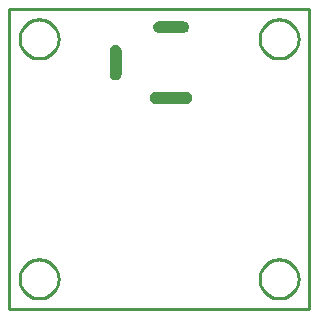
<source format=gko>
G04 EAGLE Gerber RS-274X export*
G75*
%MOMM*%
%FSLAX34Y34*%
%LPD*%
%IN*%
%IPPOS*%
%AMOC8*
5,1,8,0,0,1.08239X$1,22.5*%
G01*
%ADD10C,0.203200*%
%ADD11C,0.000000*%
%ADD12C,0.254000*%

G36*
X150163Y173713D02*
X150163Y173713D01*
X150166Y173711D01*
X151278Y173836D01*
X151284Y173842D01*
X151289Y173839D01*
X152346Y174209D01*
X152350Y174216D01*
X152356Y174213D01*
X153304Y174809D01*
X153307Y174817D01*
X153312Y174816D01*
X154104Y175608D01*
X154105Y175616D01*
X154111Y175616D01*
X154707Y176564D01*
X154706Y176573D01*
X154711Y176574D01*
X155081Y177631D01*
X155080Y177635D01*
X155082Y177637D01*
X155080Y177640D01*
X155084Y177642D01*
X155209Y178755D01*
X155205Y178762D01*
X155209Y178766D01*
X155084Y179878D01*
X155078Y179884D01*
X155081Y179889D01*
X154711Y180946D01*
X154705Y180950D01*
X154707Y180956D01*
X154111Y181904D01*
X154103Y181907D01*
X154104Y181912D01*
X153312Y182704D01*
X153304Y182705D01*
X153304Y182711D01*
X152356Y183307D01*
X152347Y183306D01*
X152346Y183311D01*
X151289Y183681D01*
X151281Y183679D01*
X151278Y183684D01*
X150166Y183809D01*
X150162Y183807D01*
X150160Y183809D01*
X124160Y183809D01*
X124157Y183807D01*
X124156Y183807D01*
X124155Y183809D01*
X123042Y183684D01*
X123036Y183678D01*
X123031Y183681D01*
X121974Y183311D01*
X121970Y183305D01*
X121964Y183307D01*
X121016Y182711D01*
X121013Y182703D01*
X121008Y182704D01*
X120216Y181912D01*
X120215Y181904D01*
X120209Y181904D01*
X119613Y180956D01*
X119614Y180947D01*
X119609Y180946D01*
X119239Y179889D01*
X119241Y179883D01*
X119237Y179880D01*
X119238Y179879D01*
X119236Y179878D01*
X119111Y178766D01*
X119115Y178758D01*
X119111Y178755D01*
X119236Y177642D01*
X119242Y177636D01*
X119239Y177631D01*
X119609Y176574D01*
X119616Y176570D01*
X119613Y176564D01*
X120209Y175616D01*
X120217Y175613D01*
X120216Y175608D01*
X121008Y174816D01*
X121016Y174815D01*
X121016Y174809D01*
X121964Y174213D01*
X121973Y174214D01*
X121974Y174209D01*
X123031Y173839D01*
X123039Y173841D01*
X123042Y173836D01*
X124155Y173711D01*
X124158Y173713D01*
X124160Y173711D01*
X150160Y173711D01*
X150163Y173713D01*
G37*
G36*
X147163Y233713D02*
X147163Y233713D01*
X147166Y233711D01*
X148278Y233836D01*
X148284Y233842D01*
X148289Y233839D01*
X149346Y234209D01*
X149350Y234216D01*
X149356Y234213D01*
X150304Y234809D01*
X150307Y234817D01*
X150312Y234816D01*
X151104Y235608D01*
X151105Y235616D01*
X151111Y235616D01*
X151707Y236564D01*
X151706Y236573D01*
X151711Y236574D01*
X152081Y237631D01*
X152080Y237635D01*
X152082Y237637D01*
X152080Y237640D01*
X152084Y237642D01*
X152209Y238755D01*
X152205Y238762D01*
X152209Y238766D01*
X152084Y239878D01*
X152078Y239884D01*
X152081Y239889D01*
X151711Y240946D01*
X151705Y240950D01*
X151707Y240956D01*
X151111Y241904D01*
X151103Y241907D01*
X151104Y241912D01*
X150312Y242704D01*
X150304Y242705D01*
X150304Y242711D01*
X149356Y243307D01*
X149347Y243306D01*
X149346Y243311D01*
X148289Y243681D01*
X148281Y243679D01*
X148278Y243684D01*
X147166Y243809D01*
X147162Y243807D01*
X147160Y243809D01*
X127160Y243809D01*
X127157Y243807D01*
X127156Y243807D01*
X127155Y243809D01*
X126042Y243684D01*
X126036Y243678D01*
X126031Y243681D01*
X124974Y243311D01*
X124970Y243305D01*
X124964Y243307D01*
X124016Y242711D01*
X124013Y242703D01*
X124008Y242704D01*
X123216Y241912D01*
X123215Y241904D01*
X123209Y241904D01*
X122613Y240956D01*
X122614Y240947D01*
X122609Y240946D01*
X122239Y239889D01*
X122241Y239883D01*
X122237Y239880D01*
X122238Y239879D01*
X122236Y239878D01*
X122111Y238766D01*
X122115Y238758D01*
X122111Y238755D01*
X122236Y237642D01*
X122242Y237636D01*
X122239Y237631D01*
X122609Y236574D01*
X122616Y236570D01*
X122613Y236564D01*
X123209Y235616D01*
X123217Y235613D01*
X123216Y235608D01*
X124008Y234816D01*
X124016Y234815D01*
X124016Y234809D01*
X124964Y234213D01*
X124973Y234214D01*
X124974Y234209D01*
X126031Y233839D01*
X126039Y233841D01*
X126042Y233836D01*
X127155Y233711D01*
X127158Y233713D01*
X127160Y233711D01*
X147160Y233711D01*
X147163Y233713D01*
G37*
G36*
X91278Y193836D02*
X91278Y193836D01*
X91284Y193842D01*
X91289Y193839D01*
X92346Y194209D01*
X92350Y194216D01*
X92356Y194213D01*
X93304Y194809D01*
X93307Y194817D01*
X93312Y194816D01*
X94104Y195608D01*
X94105Y195616D01*
X94111Y195616D01*
X94707Y196564D01*
X94706Y196573D01*
X94711Y196574D01*
X95081Y197631D01*
X95080Y197635D01*
X95082Y197637D01*
X95080Y197640D01*
X95084Y197642D01*
X95209Y198755D01*
X95207Y198758D01*
X95209Y198760D01*
X95209Y218760D01*
X95207Y218763D01*
X95209Y218766D01*
X95084Y219878D01*
X95078Y219884D01*
X95081Y219889D01*
X94711Y220946D01*
X94705Y220950D01*
X94707Y220956D01*
X94111Y221904D01*
X94103Y221907D01*
X94104Y221912D01*
X93312Y222704D01*
X93304Y222705D01*
X93304Y222711D01*
X92356Y223307D01*
X92347Y223306D01*
X92346Y223311D01*
X91289Y223681D01*
X91281Y223679D01*
X91278Y223684D01*
X90166Y223809D01*
X90158Y223805D01*
X90155Y223809D01*
X89042Y223684D01*
X89036Y223678D01*
X89031Y223681D01*
X87974Y223311D01*
X87970Y223305D01*
X87964Y223307D01*
X87016Y222711D01*
X87013Y222703D01*
X87008Y222704D01*
X86216Y221912D01*
X86215Y221904D01*
X86209Y221904D01*
X85613Y220956D01*
X85614Y220947D01*
X85609Y220946D01*
X85239Y219889D01*
X85241Y219881D01*
X85236Y219878D01*
X85111Y218766D01*
X85113Y218762D01*
X85111Y218760D01*
X85111Y198760D01*
X85113Y198757D01*
X85111Y198755D01*
X85236Y197642D01*
X85242Y197636D01*
X85239Y197631D01*
X85609Y196574D01*
X85616Y196570D01*
X85613Y196564D01*
X86209Y195616D01*
X86217Y195613D01*
X86216Y195608D01*
X87008Y194816D01*
X87016Y194815D01*
X87016Y194809D01*
X87964Y194213D01*
X87973Y194214D01*
X87974Y194209D01*
X89031Y193839D01*
X89039Y193841D01*
X89042Y193836D01*
X90155Y193711D01*
X90162Y193715D01*
X90166Y193711D01*
X91278Y193836D01*
G37*
D10*
X0Y0D02*
X254000Y0D01*
X254000Y254000D01*
X0Y254000D01*
X0Y0D01*
D11*
X8890Y25400D02*
X8895Y25805D01*
X8910Y26210D01*
X8935Y26615D01*
X8970Y27018D01*
X9014Y27421D01*
X9069Y27823D01*
X9133Y28223D01*
X9207Y28621D01*
X9291Y29017D01*
X9385Y29412D01*
X9488Y29803D01*
X9601Y30193D01*
X9723Y30579D01*
X9855Y30962D01*
X9996Y31342D01*
X10147Y31718D01*
X10306Y32091D01*
X10475Y32459D01*
X10653Y32823D01*
X10839Y33183D01*
X11035Y33538D01*
X11239Y33888D01*
X11451Y34233D01*
X11672Y34572D01*
X11902Y34907D01*
X12139Y35235D01*
X12384Y35557D01*
X12638Y35874D01*
X12898Y36184D01*
X13167Y36487D01*
X13443Y36784D01*
X13726Y37074D01*
X14016Y37357D01*
X14313Y37633D01*
X14616Y37902D01*
X14926Y38162D01*
X15243Y38416D01*
X15565Y38661D01*
X15893Y38898D01*
X16228Y39128D01*
X16567Y39349D01*
X16912Y39561D01*
X17262Y39765D01*
X17617Y39961D01*
X17977Y40147D01*
X18341Y40325D01*
X18709Y40494D01*
X19082Y40653D01*
X19458Y40804D01*
X19838Y40945D01*
X20221Y41077D01*
X20607Y41199D01*
X20997Y41312D01*
X21388Y41415D01*
X21783Y41509D01*
X22179Y41593D01*
X22577Y41667D01*
X22977Y41731D01*
X23379Y41786D01*
X23782Y41830D01*
X24185Y41865D01*
X24590Y41890D01*
X24995Y41905D01*
X25400Y41910D01*
X25805Y41905D01*
X26210Y41890D01*
X26615Y41865D01*
X27018Y41830D01*
X27421Y41786D01*
X27823Y41731D01*
X28223Y41667D01*
X28621Y41593D01*
X29017Y41509D01*
X29412Y41415D01*
X29803Y41312D01*
X30193Y41199D01*
X30579Y41077D01*
X30962Y40945D01*
X31342Y40804D01*
X31718Y40653D01*
X32091Y40494D01*
X32459Y40325D01*
X32823Y40147D01*
X33183Y39961D01*
X33538Y39765D01*
X33888Y39561D01*
X34233Y39349D01*
X34572Y39128D01*
X34907Y38898D01*
X35235Y38661D01*
X35557Y38416D01*
X35874Y38162D01*
X36184Y37902D01*
X36487Y37633D01*
X36784Y37357D01*
X37074Y37074D01*
X37357Y36784D01*
X37633Y36487D01*
X37902Y36184D01*
X38162Y35874D01*
X38416Y35557D01*
X38661Y35235D01*
X38898Y34907D01*
X39128Y34572D01*
X39349Y34233D01*
X39561Y33888D01*
X39765Y33538D01*
X39961Y33183D01*
X40147Y32823D01*
X40325Y32459D01*
X40494Y32091D01*
X40653Y31718D01*
X40804Y31342D01*
X40945Y30962D01*
X41077Y30579D01*
X41199Y30193D01*
X41312Y29803D01*
X41415Y29412D01*
X41509Y29017D01*
X41593Y28621D01*
X41667Y28223D01*
X41731Y27823D01*
X41786Y27421D01*
X41830Y27018D01*
X41865Y26615D01*
X41890Y26210D01*
X41905Y25805D01*
X41910Y25400D01*
X41905Y24995D01*
X41890Y24590D01*
X41865Y24185D01*
X41830Y23782D01*
X41786Y23379D01*
X41731Y22977D01*
X41667Y22577D01*
X41593Y22179D01*
X41509Y21783D01*
X41415Y21388D01*
X41312Y20997D01*
X41199Y20607D01*
X41077Y20221D01*
X40945Y19838D01*
X40804Y19458D01*
X40653Y19082D01*
X40494Y18709D01*
X40325Y18341D01*
X40147Y17977D01*
X39961Y17617D01*
X39765Y17262D01*
X39561Y16912D01*
X39349Y16567D01*
X39128Y16228D01*
X38898Y15893D01*
X38661Y15565D01*
X38416Y15243D01*
X38162Y14926D01*
X37902Y14616D01*
X37633Y14313D01*
X37357Y14016D01*
X37074Y13726D01*
X36784Y13443D01*
X36487Y13167D01*
X36184Y12898D01*
X35874Y12638D01*
X35557Y12384D01*
X35235Y12139D01*
X34907Y11902D01*
X34572Y11672D01*
X34233Y11451D01*
X33888Y11239D01*
X33538Y11035D01*
X33183Y10839D01*
X32823Y10653D01*
X32459Y10475D01*
X32091Y10306D01*
X31718Y10147D01*
X31342Y9996D01*
X30962Y9855D01*
X30579Y9723D01*
X30193Y9601D01*
X29803Y9488D01*
X29412Y9385D01*
X29017Y9291D01*
X28621Y9207D01*
X28223Y9133D01*
X27823Y9069D01*
X27421Y9014D01*
X27018Y8970D01*
X26615Y8935D01*
X26210Y8910D01*
X25805Y8895D01*
X25400Y8890D01*
X24995Y8895D01*
X24590Y8910D01*
X24185Y8935D01*
X23782Y8970D01*
X23379Y9014D01*
X22977Y9069D01*
X22577Y9133D01*
X22179Y9207D01*
X21783Y9291D01*
X21388Y9385D01*
X20997Y9488D01*
X20607Y9601D01*
X20221Y9723D01*
X19838Y9855D01*
X19458Y9996D01*
X19082Y10147D01*
X18709Y10306D01*
X18341Y10475D01*
X17977Y10653D01*
X17617Y10839D01*
X17262Y11035D01*
X16912Y11239D01*
X16567Y11451D01*
X16228Y11672D01*
X15893Y11902D01*
X15565Y12139D01*
X15243Y12384D01*
X14926Y12638D01*
X14616Y12898D01*
X14313Y13167D01*
X14016Y13443D01*
X13726Y13726D01*
X13443Y14016D01*
X13167Y14313D01*
X12898Y14616D01*
X12638Y14926D01*
X12384Y15243D01*
X12139Y15565D01*
X11902Y15893D01*
X11672Y16228D01*
X11451Y16567D01*
X11239Y16912D01*
X11035Y17262D01*
X10839Y17617D01*
X10653Y17977D01*
X10475Y18341D01*
X10306Y18709D01*
X10147Y19082D01*
X9996Y19458D01*
X9855Y19838D01*
X9723Y20221D01*
X9601Y20607D01*
X9488Y20997D01*
X9385Y21388D01*
X9291Y21783D01*
X9207Y22179D01*
X9133Y22577D01*
X9069Y22977D01*
X9014Y23379D01*
X8970Y23782D01*
X8935Y24185D01*
X8910Y24590D01*
X8895Y24995D01*
X8890Y25400D01*
X212090Y25400D02*
X212095Y25805D01*
X212110Y26210D01*
X212135Y26615D01*
X212170Y27018D01*
X212214Y27421D01*
X212269Y27823D01*
X212333Y28223D01*
X212407Y28621D01*
X212491Y29017D01*
X212585Y29412D01*
X212688Y29803D01*
X212801Y30193D01*
X212923Y30579D01*
X213055Y30962D01*
X213196Y31342D01*
X213347Y31718D01*
X213506Y32091D01*
X213675Y32459D01*
X213853Y32823D01*
X214039Y33183D01*
X214235Y33538D01*
X214439Y33888D01*
X214651Y34233D01*
X214872Y34572D01*
X215102Y34907D01*
X215339Y35235D01*
X215584Y35557D01*
X215838Y35874D01*
X216098Y36184D01*
X216367Y36487D01*
X216643Y36784D01*
X216926Y37074D01*
X217216Y37357D01*
X217513Y37633D01*
X217816Y37902D01*
X218126Y38162D01*
X218443Y38416D01*
X218765Y38661D01*
X219093Y38898D01*
X219428Y39128D01*
X219767Y39349D01*
X220112Y39561D01*
X220462Y39765D01*
X220817Y39961D01*
X221177Y40147D01*
X221541Y40325D01*
X221909Y40494D01*
X222282Y40653D01*
X222658Y40804D01*
X223038Y40945D01*
X223421Y41077D01*
X223807Y41199D01*
X224197Y41312D01*
X224588Y41415D01*
X224983Y41509D01*
X225379Y41593D01*
X225777Y41667D01*
X226177Y41731D01*
X226579Y41786D01*
X226982Y41830D01*
X227385Y41865D01*
X227790Y41890D01*
X228195Y41905D01*
X228600Y41910D01*
X229005Y41905D01*
X229410Y41890D01*
X229815Y41865D01*
X230218Y41830D01*
X230621Y41786D01*
X231023Y41731D01*
X231423Y41667D01*
X231821Y41593D01*
X232217Y41509D01*
X232612Y41415D01*
X233003Y41312D01*
X233393Y41199D01*
X233779Y41077D01*
X234162Y40945D01*
X234542Y40804D01*
X234918Y40653D01*
X235291Y40494D01*
X235659Y40325D01*
X236023Y40147D01*
X236383Y39961D01*
X236738Y39765D01*
X237088Y39561D01*
X237433Y39349D01*
X237772Y39128D01*
X238107Y38898D01*
X238435Y38661D01*
X238757Y38416D01*
X239074Y38162D01*
X239384Y37902D01*
X239687Y37633D01*
X239984Y37357D01*
X240274Y37074D01*
X240557Y36784D01*
X240833Y36487D01*
X241102Y36184D01*
X241362Y35874D01*
X241616Y35557D01*
X241861Y35235D01*
X242098Y34907D01*
X242328Y34572D01*
X242549Y34233D01*
X242761Y33888D01*
X242965Y33538D01*
X243161Y33183D01*
X243347Y32823D01*
X243525Y32459D01*
X243694Y32091D01*
X243853Y31718D01*
X244004Y31342D01*
X244145Y30962D01*
X244277Y30579D01*
X244399Y30193D01*
X244512Y29803D01*
X244615Y29412D01*
X244709Y29017D01*
X244793Y28621D01*
X244867Y28223D01*
X244931Y27823D01*
X244986Y27421D01*
X245030Y27018D01*
X245065Y26615D01*
X245090Y26210D01*
X245105Y25805D01*
X245110Y25400D01*
X245105Y24995D01*
X245090Y24590D01*
X245065Y24185D01*
X245030Y23782D01*
X244986Y23379D01*
X244931Y22977D01*
X244867Y22577D01*
X244793Y22179D01*
X244709Y21783D01*
X244615Y21388D01*
X244512Y20997D01*
X244399Y20607D01*
X244277Y20221D01*
X244145Y19838D01*
X244004Y19458D01*
X243853Y19082D01*
X243694Y18709D01*
X243525Y18341D01*
X243347Y17977D01*
X243161Y17617D01*
X242965Y17262D01*
X242761Y16912D01*
X242549Y16567D01*
X242328Y16228D01*
X242098Y15893D01*
X241861Y15565D01*
X241616Y15243D01*
X241362Y14926D01*
X241102Y14616D01*
X240833Y14313D01*
X240557Y14016D01*
X240274Y13726D01*
X239984Y13443D01*
X239687Y13167D01*
X239384Y12898D01*
X239074Y12638D01*
X238757Y12384D01*
X238435Y12139D01*
X238107Y11902D01*
X237772Y11672D01*
X237433Y11451D01*
X237088Y11239D01*
X236738Y11035D01*
X236383Y10839D01*
X236023Y10653D01*
X235659Y10475D01*
X235291Y10306D01*
X234918Y10147D01*
X234542Y9996D01*
X234162Y9855D01*
X233779Y9723D01*
X233393Y9601D01*
X233003Y9488D01*
X232612Y9385D01*
X232217Y9291D01*
X231821Y9207D01*
X231423Y9133D01*
X231023Y9069D01*
X230621Y9014D01*
X230218Y8970D01*
X229815Y8935D01*
X229410Y8910D01*
X229005Y8895D01*
X228600Y8890D01*
X228195Y8895D01*
X227790Y8910D01*
X227385Y8935D01*
X226982Y8970D01*
X226579Y9014D01*
X226177Y9069D01*
X225777Y9133D01*
X225379Y9207D01*
X224983Y9291D01*
X224588Y9385D01*
X224197Y9488D01*
X223807Y9601D01*
X223421Y9723D01*
X223038Y9855D01*
X222658Y9996D01*
X222282Y10147D01*
X221909Y10306D01*
X221541Y10475D01*
X221177Y10653D01*
X220817Y10839D01*
X220462Y11035D01*
X220112Y11239D01*
X219767Y11451D01*
X219428Y11672D01*
X219093Y11902D01*
X218765Y12139D01*
X218443Y12384D01*
X218126Y12638D01*
X217816Y12898D01*
X217513Y13167D01*
X217216Y13443D01*
X216926Y13726D01*
X216643Y14016D01*
X216367Y14313D01*
X216098Y14616D01*
X215838Y14926D01*
X215584Y15243D01*
X215339Y15565D01*
X215102Y15893D01*
X214872Y16228D01*
X214651Y16567D01*
X214439Y16912D01*
X214235Y17262D01*
X214039Y17617D01*
X213853Y17977D01*
X213675Y18341D01*
X213506Y18709D01*
X213347Y19082D01*
X213196Y19458D01*
X213055Y19838D01*
X212923Y20221D01*
X212801Y20607D01*
X212688Y20997D01*
X212585Y21388D01*
X212491Y21783D01*
X212407Y22179D01*
X212333Y22577D01*
X212269Y22977D01*
X212214Y23379D01*
X212170Y23782D01*
X212135Y24185D01*
X212110Y24590D01*
X212095Y24995D01*
X212090Y25400D01*
X212090Y228600D02*
X212095Y229005D01*
X212110Y229410D01*
X212135Y229815D01*
X212170Y230218D01*
X212214Y230621D01*
X212269Y231023D01*
X212333Y231423D01*
X212407Y231821D01*
X212491Y232217D01*
X212585Y232612D01*
X212688Y233003D01*
X212801Y233393D01*
X212923Y233779D01*
X213055Y234162D01*
X213196Y234542D01*
X213347Y234918D01*
X213506Y235291D01*
X213675Y235659D01*
X213853Y236023D01*
X214039Y236383D01*
X214235Y236738D01*
X214439Y237088D01*
X214651Y237433D01*
X214872Y237772D01*
X215102Y238107D01*
X215339Y238435D01*
X215584Y238757D01*
X215838Y239074D01*
X216098Y239384D01*
X216367Y239687D01*
X216643Y239984D01*
X216926Y240274D01*
X217216Y240557D01*
X217513Y240833D01*
X217816Y241102D01*
X218126Y241362D01*
X218443Y241616D01*
X218765Y241861D01*
X219093Y242098D01*
X219428Y242328D01*
X219767Y242549D01*
X220112Y242761D01*
X220462Y242965D01*
X220817Y243161D01*
X221177Y243347D01*
X221541Y243525D01*
X221909Y243694D01*
X222282Y243853D01*
X222658Y244004D01*
X223038Y244145D01*
X223421Y244277D01*
X223807Y244399D01*
X224197Y244512D01*
X224588Y244615D01*
X224983Y244709D01*
X225379Y244793D01*
X225777Y244867D01*
X226177Y244931D01*
X226579Y244986D01*
X226982Y245030D01*
X227385Y245065D01*
X227790Y245090D01*
X228195Y245105D01*
X228600Y245110D01*
X229005Y245105D01*
X229410Y245090D01*
X229815Y245065D01*
X230218Y245030D01*
X230621Y244986D01*
X231023Y244931D01*
X231423Y244867D01*
X231821Y244793D01*
X232217Y244709D01*
X232612Y244615D01*
X233003Y244512D01*
X233393Y244399D01*
X233779Y244277D01*
X234162Y244145D01*
X234542Y244004D01*
X234918Y243853D01*
X235291Y243694D01*
X235659Y243525D01*
X236023Y243347D01*
X236383Y243161D01*
X236738Y242965D01*
X237088Y242761D01*
X237433Y242549D01*
X237772Y242328D01*
X238107Y242098D01*
X238435Y241861D01*
X238757Y241616D01*
X239074Y241362D01*
X239384Y241102D01*
X239687Y240833D01*
X239984Y240557D01*
X240274Y240274D01*
X240557Y239984D01*
X240833Y239687D01*
X241102Y239384D01*
X241362Y239074D01*
X241616Y238757D01*
X241861Y238435D01*
X242098Y238107D01*
X242328Y237772D01*
X242549Y237433D01*
X242761Y237088D01*
X242965Y236738D01*
X243161Y236383D01*
X243347Y236023D01*
X243525Y235659D01*
X243694Y235291D01*
X243853Y234918D01*
X244004Y234542D01*
X244145Y234162D01*
X244277Y233779D01*
X244399Y233393D01*
X244512Y233003D01*
X244615Y232612D01*
X244709Y232217D01*
X244793Y231821D01*
X244867Y231423D01*
X244931Y231023D01*
X244986Y230621D01*
X245030Y230218D01*
X245065Y229815D01*
X245090Y229410D01*
X245105Y229005D01*
X245110Y228600D01*
X245105Y228195D01*
X245090Y227790D01*
X245065Y227385D01*
X245030Y226982D01*
X244986Y226579D01*
X244931Y226177D01*
X244867Y225777D01*
X244793Y225379D01*
X244709Y224983D01*
X244615Y224588D01*
X244512Y224197D01*
X244399Y223807D01*
X244277Y223421D01*
X244145Y223038D01*
X244004Y222658D01*
X243853Y222282D01*
X243694Y221909D01*
X243525Y221541D01*
X243347Y221177D01*
X243161Y220817D01*
X242965Y220462D01*
X242761Y220112D01*
X242549Y219767D01*
X242328Y219428D01*
X242098Y219093D01*
X241861Y218765D01*
X241616Y218443D01*
X241362Y218126D01*
X241102Y217816D01*
X240833Y217513D01*
X240557Y217216D01*
X240274Y216926D01*
X239984Y216643D01*
X239687Y216367D01*
X239384Y216098D01*
X239074Y215838D01*
X238757Y215584D01*
X238435Y215339D01*
X238107Y215102D01*
X237772Y214872D01*
X237433Y214651D01*
X237088Y214439D01*
X236738Y214235D01*
X236383Y214039D01*
X236023Y213853D01*
X235659Y213675D01*
X235291Y213506D01*
X234918Y213347D01*
X234542Y213196D01*
X234162Y213055D01*
X233779Y212923D01*
X233393Y212801D01*
X233003Y212688D01*
X232612Y212585D01*
X232217Y212491D01*
X231821Y212407D01*
X231423Y212333D01*
X231023Y212269D01*
X230621Y212214D01*
X230218Y212170D01*
X229815Y212135D01*
X229410Y212110D01*
X229005Y212095D01*
X228600Y212090D01*
X228195Y212095D01*
X227790Y212110D01*
X227385Y212135D01*
X226982Y212170D01*
X226579Y212214D01*
X226177Y212269D01*
X225777Y212333D01*
X225379Y212407D01*
X224983Y212491D01*
X224588Y212585D01*
X224197Y212688D01*
X223807Y212801D01*
X223421Y212923D01*
X223038Y213055D01*
X222658Y213196D01*
X222282Y213347D01*
X221909Y213506D01*
X221541Y213675D01*
X221177Y213853D01*
X220817Y214039D01*
X220462Y214235D01*
X220112Y214439D01*
X219767Y214651D01*
X219428Y214872D01*
X219093Y215102D01*
X218765Y215339D01*
X218443Y215584D01*
X218126Y215838D01*
X217816Y216098D01*
X217513Y216367D01*
X217216Y216643D01*
X216926Y216926D01*
X216643Y217216D01*
X216367Y217513D01*
X216098Y217816D01*
X215838Y218126D01*
X215584Y218443D01*
X215339Y218765D01*
X215102Y219093D01*
X214872Y219428D01*
X214651Y219767D01*
X214439Y220112D01*
X214235Y220462D01*
X214039Y220817D01*
X213853Y221177D01*
X213675Y221541D01*
X213506Y221909D01*
X213347Y222282D01*
X213196Y222658D01*
X213055Y223038D01*
X212923Y223421D01*
X212801Y223807D01*
X212688Y224197D01*
X212585Y224588D01*
X212491Y224983D01*
X212407Y225379D01*
X212333Y225777D01*
X212269Y226177D01*
X212214Y226579D01*
X212170Y226982D01*
X212135Y227385D01*
X212110Y227790D01*
X212095Y228195D01*
X212090Y228600D01*
X8890Y228600D02*
X8895Y229005D01*
X8910Y229410D01*
X8935Y229815D01*
X8970Y230218D01*
X9014Y230621D01*
X9069Y231023D01*
X9133Y231423D01*
X9207Y231821D01*
X9291Y232217D01*
X9385Y232612D01*
X9488Y233003D01*
X9601Y233393D01*
X9723Y233779D01*
X9855Y234162D01*
X9996Y234542D01*
X10147Y234918D01*
X10306Y235291D01*
X10475Y235659D01*
X10653Y236023D01*
X10839Y236383D01*
X11035Y236738D01*
X11239Y237088D01*
X11451Y237433D01*
X11672Y237772D01*
X11902Y238107D01*
X12139Y238435D01*
X12384Y238757D01*
X12638Y239074D01*
X12898Y239384D01*
X13167Y239687D01*
X13443Y239984D01*
X13726Y240274D01*
X14016Y240557D01*
X14313Y240833D01*
X14616Y241102D01*
X14926Y241362D01*
X15243Y241616D01*
X15565Y241861D01*
X15893Y242098D01*
X16228Y242328D01*
X16567Y242549D01*
X16912Y242761D01*
X17262Y242965D01*
X17617Y243161D01*
X17977Y243347D01*
X18341Y243525D01*
X18709Y243694D01*
X19082Y243853D01*
X19458Y244004D01*
X19838Y244145D01*
X20221Y244277D01*
X20607Y244399D01*
X20997Y244512D01*
X21388Y244615D01*
X21783Y244709D01*
X22179Y244793D01*
X22577Y244867D01*
X22977Y244931D01*
X23379Y244986D01*
X23782Y245030D01*
X24185Y245065D01*
X24590Y245090D01*
X24995Y245105D01*
X25400Y245110D01*
X25805Y245105D01*
X26210Y245090D01*
X26615Y245065D01*
X27018Y245030D01*
X27421Y244986D01*
X27823Y244931D01*
X28223Y244867D01*
X28621Y244793D01*
X29017Y244709D01*
X29412Y244615D01*
X29803Y244512D01*
X30193Y244399D01*
X30579Y244277D01*
X30962Y244145D01*
X31342Y244004D01*
X31718Y243853D01*
X32091Y243694D01*
X32459Y243525D01*
X32823Y243347D01*
X33183Y243161D01*
X33538Y242965D01*
X33888Y242761D01*
X34233Y242549D01*
X34572Y242328D01*
X34907Y242098D01*
X35235Y241861D01*
X35557Y241616D01*
X35874Y241362D01*
X36184Y241102D01*
X36487Y240833D01*
X36784Y240557D01*
X37074Y240274D01*
X37357Y239984D01*
X37633Y239687D01*
X37902Y239384D01*
X38162Y239074D01*
X38416Y238757D01*
X38661Y238435D01*
X38898Y238107D01*
X39128Y237772D01*
X39349Y237433D01*
X39561Y237088D01*
X39765Y236738D01*
X39961Y236383D01*
X40147Y236023D01*
X40325Y235659D01*
X40494Y235291D01*
X40653Y234918D01*
X40804Y234542D01*
X40945Y234162D01*
X41077Y233779D01*
X41199Y233393D01*
X41312Y233003D01*
X41415Y232612D01*
X41509Y232217D01*
X41593Y231821D01*
X41667Y231423D01*
X41731Y231023D01*
X41786Y230621D01*
X41830Y230218D01*
X41865Y229815D01*
X41890Y229410D01*
X41905Y229005D01*
X41910Y228600D01*
X41905Y228195D01*
X41890Y227790D01*
X41865Y227385D01*
X41830Y226982D01*
X41786Y226579D01*
X41731Y226177D01*
X41667Y225777D01*
X41593Y225379D01*
X41509Y224983D01*
X41415Y224588D01*
X41312Y224197D01*
X41199Y223807D01*
X41077Y223421D01*
X40945Y223038D01*
X40804Y222658D01*
X40653Y222282D01*
X40494Y221909D01*
X40325Y221541D01*
X40147Y221177D01*
X39961Y220817D01*
X39765Y220462D01*
X39561Y220112D01*
X39349Y219767D01*
X39128Y219428D01*
X38898Y219093D01*
X38661Y218765D01*
X38416Y218443D01*
X38162Y218126D01*
X37902Y217816D01*
X37633Y217513D01*
X37357Y217216D01*
X37074Y216926D01*
X36784Y216643D01*
X36487Y216367D01*
X36184Y216098D01*
X35874Y215838D01*
X35557Y215584D01*
X35235Y215339D01*
X34907Y215102D01*
X34572Y214872D01*
X34233Y214651D01*
X33888Y214439D01*
X33538Y214235D01*
X33183Y214039D01*
X32823Y213853D01*
X32459Y213675D01*
X32091Y213506D01*
X31718Y213347D01*
X31342Y213196D01*
X30962Y213055D01*
X30579Y212923D01*
X30193Y212801D01*
X29803Y212688D01*
X29412Y212585D01*
X29017Y212491D01*
X28621Y212407D01*
X28223Y212333D01*
X27823Y212269D01*
X27421Y212214D01*
X27018Y212170D01*
X26615Y212135D01*
X26210Y212110D01*
X25805Y212095D01*
X25400Y212090D01*
X24995Y212095D01*
X24590Y212110D01*
X24185Y212135D01*
X23782Y212170D01*
X23379Y212214D01*
X22977Y212269D01*
X22577Y212333D01*
X22179Y212407D01*
X21783Y212491D01*
X21388Y212585D01*
X20997Y212688D01*
X20607Y212801D01*
X20221Y212923D01*
X19838Y213055D01*
X19458Y213196D01*
X19082Y213347D01*
X18709Y213506D01*
X18341Y213675D01*
X17977Y213853D01*
X17617Y214039D01*
X17262Y214235D01*
X16912Y214439D01*
X16567Y214651D01*
X16228Y214872D01*
X15893Y215102D01*
X15565Y215339D01*
X15243Y215584D01*
X14926Y215838D01*
X14616Y216098D01*
X14313Y216367D01*
X14016Y216643D01*
X13726Y216926D01*
X13443Y217216D01*
X13167Y217513D01*
X12898Y217816D01*
X12638Y218126D01*
X12384Y218443D01*
X12139Y218765D01*
X11902Y219093D01*
X11672Y219428D01*
X11451Y219767D01*
X11239Y220112D01*
X11035Y220462D01*
X10839Y220817D01*
X10653Y221177D01*
X10475Y221541D01*
X10306Y221909D01*
X10147Y222282D01*
X9996Y222658D01*
X9855Y223038D01*
X9723Y223421D01*
X9601Y223807D01*
X9488Y224197D01*
X9385Y224588D01*
X9291Y224983D01*
X9207Y225379D01*
X9133Y225777D01*
X9069Y226177D01*
X9014Y226579D01*
X8970Y226982D01*
X8935Y227385D01*
X8910Y227790D01*
X8895Y228195D01*
X8890Y228600D01*
D12*
X0Y0D02*
X254000Y0D01*
X254000Y254000D01*
X0Y254000D01*
X0Y0D01*
X41910Y24860D02*
X41839Y23781D01*
X41698Y22709D01*
X41487Y21649D01*
X41208Y20605D01*
X40860Y19581D01*
X40446Y18583D01*
X39968Y17613D01*
X39428Y16677D01*
X38827Y15778D01*
X38169Y14921D01*
X37457Y14108D01*
X36692Y13344D01*
X35879Y12631D01*
X35022Y11973D01*
X34123Y11372D01*
X33187Y10832D01*
X32217Y10354D01*
X31219Y9940D01*
X30195Y9592D01*
X29151Y9313D01*
X28091Y9102D01*
X27019Y8961D01*
X25940Y8890D01*
X24860Y8890D01*
X23781Y8961D01*
X22709Y9102D01*
X21649Y9313D01*
X20605Y9592D01*
X19581Y9940D01*
X18583Y10354D01*
X17613Y10832D01*
X16677Y11372D01*
X15778Y11973D01*
X14921Y12631D01*
X14108Y13344D01*
X13344Y14108D01*
X12631Y14921D01*
X11973Y15778D01*
X11372Y16677D01*
X10832Y17613D01*
X10354Y18583D01*
X9940Y19581D01*
X9592Y20605D01*
X9313Y21649D01*
X9102Y22709D01*
X8961Y23781D01*
X8890Y24860D01*
X8890Y25940D01*
X8961Y27019D01*
X9102Y28091D01*
X9313Y29151D01*
X9592Y30195D01*
X9940Y31219D01*
X10354Y32217D01*
X10832Y33187D01*
X11372Y34123D01*
X11973Y35022D01*
X12631Y35879D01*
X13344Y36692D01*
X14108Y37457D01*
X14921Y38169D01*
X15778Y38827D01*
X16677Y39428D01*
X17613Y39968D01*
X18583Y40446D01*
X19581Y40860D01*
X20605Y41208D01*
X21649Y41487D01*
X22709Y41698D01*
X23781Y41839D01*
X24860Y41910D01*
X25940Y41910D01*
X27019Y41839D01*
X28091Y41698D01*
X29151Y41487D01*
X30195Y41208D01*
X31219Y40860D01*
X32217Y40446D01*
X33187Y39968D01*
X34123Y39428D01*
X35022Y38827D01*
X35879Y38169D01*
X36692Y37457D01*
X37457Y36692D01*
X38169Y35879D01*
X38827Y35022D01*
X39428Y34123D01*
X39968Y33187D01*
X40446Y32217D01*
X40860Y31219D01*
X41208Y30195D01*
X41487Y29151D01*
X41698Y28091D01*
X41839Y27019D01*
X41910Y25940D01*
X41910Y24860D01*
X245110Y24860D02*
X245039Y23781D01*
X244898Y22709D01*
X244687Y21649D01*
X244408Y20605D01*
X244060Y19581D01*
X243646Y18583D01*
X243168Y17613D01*
X242628Y16677D01*
X242027Y15778D01*
X241369Y14921D01*
X240657Y14108D01*
X239892Y13344D01*
X239079Y12631D01*
X238222Y11973D01*
X237323Y11372D01*
X236387Y10832D01*
X235417Y10354D01*
X234419Y9940D01*
X233395Y9592D01*
X232351Y9313D01*
X231291Y9102D01*
X230219Y8961D01*
X229140Y8890D01*
X228060Y8890D01*
X226981Y8961D01*
X225909Y9102D01*
X224849Y9313D01*
X223805Y9592D01*
X222781Y9940D01*
X221783Y10354D01*
X220813Y10832D01*
X219877Y11372D01*
X218978Y11973D01*
X218121Y12631D01*
X217308Y13344D01*
X216544Y14108D01*
X215831Y14921D01*
X215173Y15778D01*
X214572Y16677D01*
X214032Y17613D01*
X213554Y18583D01*
X213140Y19581D01*
X212792Y20605D01*
X212513Y21649D01*
X212302Y22709D01*
X212161Y23781D01*
X212090Y24860D01*
X212090Y25940D01*
X212161Y27019D01*
X212302Y28091D01*
X212513Y29151D01*
X212792Y30195D01*
X213140Y31219D01*
X213554Y32217D01*
X214032Y33187D01*
X214572Y34123D01*
X215173Y35022D01*
X215831Y35879D01*
X216544Y36692D01*
X217308Y37457D01*
X218121Y38169D01*
X218978Y38827D01*
X219877Y39428D01*
X220813Y39968D01*
X221783Y40446D01*
X222781Y40860D01*
X223805Y41208D01*
X224849Y41487D01*
X225909Y41698D01*
X226981Y41839D01*
X228060Y41910D01*
X229140Y41910D01*
X230219Y41839D01*
X231291Y41698D01*
X232351Y41487D01*
X233395Y41208D01*
X234419Y40860D01*
X235417Y40446D01*
X236387Y39968D01*
X237323Y39428D01*
X238222Y38827D01*
X239079Y38169D01*
X239892Y37457D01*
X240657Y36692D01*
X241369Y35879D01*
X242027Y35022D01*
X242628Y34123D01*
X243168Y33187D01*
X243646Y32217D01*
X244060Y31219D01*
X244408Y30195D01*
X244687Y29151D01*
X244898Y28091D01*
X245039Y27019D01*
X245110Y25940D01*
X245110Y24860D01*
X245110Y228060D02*
X245039Y226981D01*
X244898Y225909D01*
X244687Y224849D01*
X244408Y223805D01*
X244060Y222781D01*
X243646Y221783D01*
X243168Y220813D01*
X242628Y219877D01*
X242027Y218978D01*
X241369Y218121D01*
X240657Y217308D01*
X239892Y216544D01*
X239079Y215831D01*
X238222Y215173D01*
X237323Y214572D01*
X236387Y214032D01*
X235417Y213554D01*
X234419Y213140D01*
X233395Y212792D01*
X232351Y212513D01*
X231291Y212302D01*
X230219Y212161D01*
X229140Y212090D01*
X228060Y212090D01*
X226981Y212161D01*
X225909Y212302D01*
X224849Y212513D01*
X223805Y212792D01*
X222781Y213140D01*
X221783Y213554D01*
X220813Y214032D01*
X219877Y214572D01*
X218978Y215173D01*
X218121Y215831D01*
X217308Y216544D01*
X216544Y217308D01*
X215831Y218121D01*
X215173Y218978D01*
X214572Y219877D01*
X214032Y220813D01*
X213554Y221783D01*
X213140Y222781D01*
X212792Y223805D01*
X212513Y224849D01*
X212302Y225909D01*
X212161Y226981D01*
X212090Y228060D01*
X212090Y229140D01*
X212161Y230219D01*
X212302Y231291D01*
X212513Y232351D01*
X212792Y233395D01*
X213140Y234419D01*
X213554Y235417D01*
X214032Y236387D01*
X214572Y237323D01*
X215173Y238222D01*
X215831Y239079D01*
X216544Y239892D01*
X217308Y240657D01*
X218121Y241369D01*
X218978Y242027D01*
X219877Y242628D01*
X220813Y243168D01*
X221783Y243646D01*
X222781Y244060D01*
X223805Y244408D01*
X224849Y244687D01*
X225909Y244898D01*
X226981Y245039D01*
X228060Y245110D01*
X229140Y245110D01*
X230219Y245039D01*
X231291Y244898D01*
X232351Y244687D01*
X233395Y244408D01*
X234419Y244060D01*
X235417Y243646D01*
X236387Y243168D01*
X237323Y242628D01*
X238222Y242027D01*
X239079Y241369D01*
X239892Y240657D01*
X240657Y239892D01*
X241369Y239079D01*
X242027Y238222D01*
X242628Y237323D01*
X243168Y236387D01*
X243646Y235417D01*
X244060Y234419D01*
X244408Y233395D01*
X244687Y232351D01*
X244898Y231291D01*
X245039Y230219D01*
X245110Y229140D01*
X245110Y228060D01*
X41910Y228060D02*
X41839Y226981D01*
X41698Y225909D01*
X41487Y224849D01*
X41208Y223805D01*
X40860Y222781D01*
X40446Y221783D01*
X39968Y220813D01*
X39428Y219877D01*
X38827Y218978D01*
X38169Y218121D01*
X37457Y217308D01*
X36692Y216544D01*
X35879Y215831D01*
X35022Y215173D01*
X34123Y214572D01*
X33187Y214032D01*
X32217Y213554D01*
X31219Y213140D01*
X30195Y212792D01*
X29151Y212513D01*
X28091Y212302D01*
X27019Y212161D01*
X25940Y212090D01*
X24860Y212090D01*
X23781Y212161D01*
X22709Y212302D01*
X21649Y212513D01*
X20605Y212792D01*
X19581Y213140D01*
X18583Y213554D01*
X17613Y214032D01*
X16677Y214572D01*
X15778Y215173D01*
X14921Y215831D01*
X14108Y216544D01*
X13344Y217308D01*
X12631Y218121D01*
X11973Y218978D01*
X11372Y219877D01*
X10832Y220813D01*
X10354Y221783D01*
X9940Y222781D01*
X9592Y223805D01*
X9313Y224849D01*
X9102Y225909D01*
X8961Y226981D01*
X8890Y228060D01*
X8890Y229140D01*
X8961Y230219D01*
X9102Y231291D01*
X9313Y232351D01*
X9592Y233395D01*
X9940Y234419D01*
X10354Y235417D01*
X10832Y236387D01*
X11372Y237323D01*
X11973Y238222D01*
X12631Y239079D01*
X13344Y239892D01*
X14108Y240657D01*
X14921Y241369D01*
X15778Y242027D01*
X16677Y242628D01*
X17613Y243168D01*
X18583Y243646D01*
X19581Y244060D01*
X20605Y244408D01*
X21649Y244687D01*
X22709Y244898D01*
X23781Y245039D01*
X24860Y245110D01*
X25940Y245110D01*
X27019Y245039D01*
X28091Y244898D01*
X29151Y244687D01*
X30195Y244408D01*
X31219Y244060D01*
X32217Y243646D01*
X33187Y243168D01*
X34123Y242628D01*
X35022Y242027D01*
X35879Y241369D01*
X36692Y240657D01*
X37457Y239892D01*
X38169Y239079D01*
X38827Y238222D01*
X39428Y237323D01*
X39968Y236387D01*
X40446Y235417D01*
X40860Y234419D01*
X41208Y233395D01*
X41487Y232351D01*
X41698Y231291D01*
X41839Y230219D01*
X41910Y229140D01*
X41910Y228060D01*
M02*

</source>
